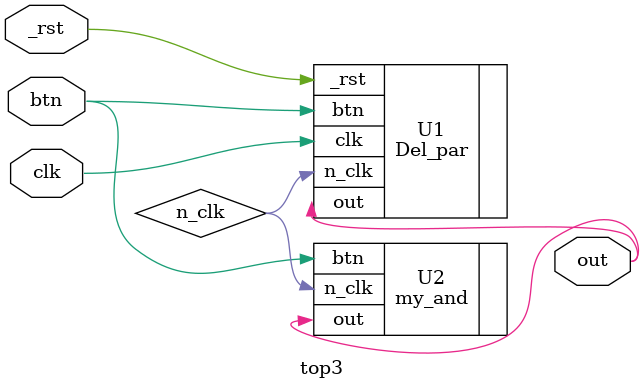
<source format=sv>
module top3 (btn, clk, _rst, out);

input logic btn, clk, _rst;
output logic out;
logic n_clk;

Del_par #(.Schet(100000)) U1 (.out(out), .btn(btn), .clk(clk), ._rst(_rst), .n_clk(n_clk));
my_and U2(.n_clk(n_clk), .btn(btn), .out(out));

endmodule

</source>
